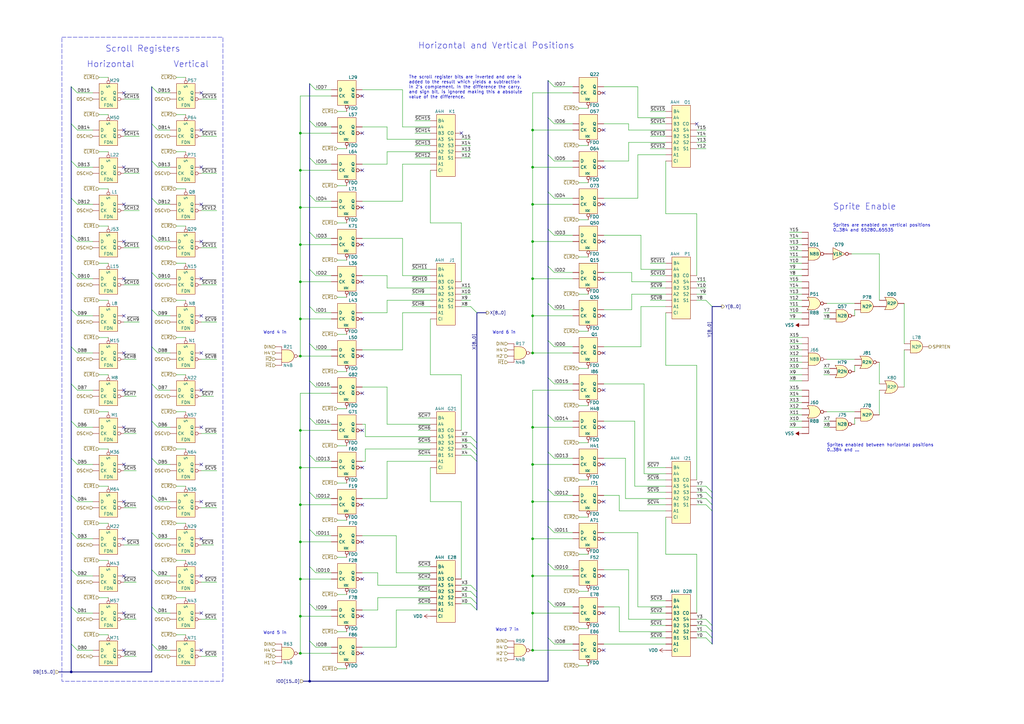
<source format=kicad_sch>
(kicad_sch (version 20231120) (generator "eeschema") (generator_version "8.0")
  (paper "A3")
  (title_block (title "Konami 007784") (date "2023-10-23"))
  (junction (at 218.44 53.34))
  (junction (at 218.44 236.22))
  (junction (at 123.19 252.73))
  (junction (at 218.44 175.26))
  (junction (at 218.44 266.7))
  (junction (at 123.19 100.33))
  (junction (at 218.44 129.54))
  (junction (at 123.19 115.57))
  (junction (at 218.44 114.3))
  (junction (at 123.19 54.61))
  (junction (at 123.19 222.25))
  (junction (at 123.19 237.49))
  (junction (at 218.44 144.78))
  (junction (at 123.19 267.97))
  (junction (at 218.44 99.06))
  (junction (at 218.44 190.5))
  (junction (at 123.19 176.53))
  (junction (at 123.19 146.05))
  (junction (at 123.19 130.81))
  (junction (at 29.21 275.59))
  (junction (at 127 279.4))
  (junction (at 218.44 251.46))
  (junction (at 123.19 85.09))
  (junction (at 218.44 83.82))
  (junction (at 123.19 69.85))
  (junction (at 218.44 220.98))
  (junction (at 218.44 68.58))
  (junction (at 123.19 207.01))
  (junction (at 218.44 205.74))
  (junction (at 123.19 191.77))
  (no_connect (at 189.23 54.61))
  (no_connect (at 50.8 68.58))
  (no_connect (at 50.8 175.26))
  (no_connect (at 82.55 205.74))
  (no_connect (at 247.65 220.98))
  (no_connect (at 247.65 205.74))
  (no_connect (at 82.55 114.3))
  (no_connect (at 247.65 68.58))
  (no_connect (at 82.55 99.06))
  (no_connect (at 148.59 267.97))
  (no_connect (at 82.55 175.26))
  (no_connect (at 82.55 53.34))
  (no_connect (at 50.8 83.82))
  (no_connect (at 50.8 236.22))
  (no_connect (at 148.59 237.49))
  (no_connect (at 148.59 100.33))
  (no_connect (at 247.65 190.5))
  (no_connect (at 148.59 207.01))
  (no_connect (at 247.65 114.3))
  (no_connect (at 247.65 83.82))
  (no_connect (at 247.65 38.1))
  (no_connect (at 82.55 220.98))
  (no_connect (at 50.8 114.3))
  (no_connect (at 50.8 129.54))
  (no_connect (at 82.55 190.5))
  (no_connect (at 148.59 222.25))
  (no_connect (at 247.65 251.46))
  (no_connect (at 148.59 252.73))
  (no_connect (at 148.59 115.57))
  (no_connect (at 82.55 38.1))
  (no_connect (at 148.59 161.29))
  (no_connect (at 247.65 53.34))
  (no_connect (at 148.59 54.61))
  (no_connect (at 247.65 236.22))
  (no_connect (at 82.55 129.54))
  (no_connect (at 148.59 69.85))
  (no_connect (at 50.8 38.1))
  (no_connect (at 50.8 220.98))
  (no_connect (at 247.65 266.7))
  (no_connect (at 148.59 85.09))
  (no_connect (at 50.8 190.5))
  (no_connect (at 50.8 251.46))
  (no_connect (at 50.8 205.74))
  (no_connect (at 247.65 129.54))
  (no_connect (at 50.8 53.34))
  (no_connect (at 247.65 144.78))
  (no_connect (at 148.59 146.05))
  (no_connect (at 247.65 175.26))
  (no_connect (at 247.65 160.02))
  (no_connect (at 82.55 236.22))
  (no_connect (at 82.55 144.78))
  (no_connect (at 82.55 266.7))
  (no_connect (at 82.55 251.46))
  (no_connect (at 82.55 160.02))
  (no_connect (at 247.65 99.06))
  (no_connect (at 148.59 39.37))
  (no_connect (at 50.8 266.7))
  (no_connect (at 50.8 160.02))
  (no_connect (at 148.59 130.81))
  (no_connect (at 285.75 50.8))
  (no_connect (at 148.59 176.53))
  (no_connect (at 82.55 68.58))
  (no_connect (at 148.59 191.77))
  (no_connect (at 50.8 99.06))
  (no_connect (at 82.55 83.82))
  (no_connect (at 50.8 144.78))
  (bus_entry (at 127 156.21) (size 2.54 2.54))
  (bus_entry (at 224.79 231.14) (size 2.54 2.54))
  (bus_entry (at 29.21 264.16) (size 2.54 2.54))
  (bus_entry (at 127 217.17) (size 2.54 2.54))
  (bus_entry (at 127 49.53) (size 2.54 2.54))
  (bus_entry (at 62.23 157.48) (size 2.54 2.54))
  (bus_entry (at 62.23 35.56) (size 2.54 2.54))
  (bus_entry (at 289.56 261.62) (size 2.54 2.54))
  (bus_entry (at 224.79 185.42) (size 2.54 2.54))
  (bus_entry (at 62.23 50.8) (size 2.54 2.54))
  (bus_entry (at 224.79 48.26) (size 2.54 2.54))
  (bus_entry (at 127 140.97) (size 2.54 2.54))
  (bus_entry (at 127 80.01) (size 2.54 2.54))
  (bus_entry (at 127 125.73) (size 2.54 2.54))
  (bus_entry (at 62.23 218.44) (size 2.54 2.54))
  (bus_entry (at 29.21 35.56) (size 2.54 2.54))
  (bus_entry (at 127 95.25) (size 2.54 2.54))
  (bus_entry (at 127 110.49) (size 2.54 2.54))
  (bus_entry (at 193.04 240.03) (size 2.54 2.54))
  (bus_entry (at 29.21 50.8) (size 2.54 2.54))
  (bus_entry (at 289.56 204.47) (size 2.54 2.54))
  (bus_entry (at 29.21 248.92) (size 2.54 2.54))
  (bus_entry (at 193.04 181.61) (size 2.54 2.54))
  (bus_entry (at 62.23 264.16) (size 2.54 2.54))
  (bus_entry (at 127 232.41) (size 2.54 2.54))
  (bus_entry (at 62.23 111.76) (size 2.54 2.54))
  (bus_entry (at 29.21 96.52) (size 2.54 2.54))
  (bus_entry (at 193.04 247.65) (size 2.54 2.54))
  (bus_entry (at 127 262.89) (size 2.54 2.54))
  (bus_entry (at 193.04 125.73) (size 2.54 2.54))
  (bus_entry (at 127 34.29) (size 2.54 2.54))
  (bus_entry (at 127 186.69) (size 2.54 2.54))
  (bus_entry (at 29.21 187.96) (size 2.54 2.54))
  (bus_entry (at 29.21 66.04) (size 2.54 2.54))
  (bus_entry (at 29.21 142.24) (size 2.54 2.54))
  (bus_entry (at 289.56 256.54) (size 2.54 2.54))
  (bus_entry (at 224.79 33.02) (size 2.54 2.54))
  (bus_entry (at 62.23 142.24) (size 2.54 2.54))
  (bus_entry (at 62.23 81.28) (size 2.54 2.54))
  (bus_entry (at 289.56 254) (size 2.54 2.54))
  (bus_entry (at 127 171.45) (size 2.54 2.54))
  (bus_entry (at 224.79 93.98) (size 2.54 2.54))
  (bus_entry (at 224.79 78.74) (size 2.54 2.54))
  (bus_entry (at 127 247.65) (size 2.54 2.54))
  (bus_entry (at 62.23 96.52) (size 2.54 2.54))
  (bus_entry (at 193.04 242.57) (size 2.54 2.54))
  (bus_entry (at 224.79 170.18) (size 2.54 2.54))
  (bus_entry (at 62.23 248.92) (size 2.54 2.54))
  (bus_entry (at 29.21 218.44) (size 2.54 2.54))
  (bus_entry (at 62.23 187.96) (size 2.54 2.54))
  (bus_entry (at 62.23 66.04) (size 2.54 2.54))
  (bus_entry (at 224.79 109.22) (size 2.54 2.54))
  (bus_entry (at 224.79 139.7) (size 2.54 2.54))
  (bus_entry (at 29.21 172.72) (size 2.54 2.54))
  (bus_entry (at 193.04 184.15) (size 2.54 2.54))
  (bus_entry (at 193.04 186.69) (size 2.54 2.54))
  (bus_entry (at 62.23 172.72) (size 2.54 2.54))
  (bus_entry (at 289.56 201.93) (size 2.54 2.54))
  (bus_entry (at 224.79 124.46) (size 2.54 2.54))
  (bus_entry (at 29.21 127) (size 2.54 2.54))
  (bus_entry (at 193.04 179.07) (size 2.54 2.54))
  (bus_entry (at 224.79 154.94) (size 2.54 2.54))
  (bus_entry (at 29.21 81.28) (size 2.54 2.54))
  (bus_entry (at 289.56 199.39) (size 2.54 2.54))
  (bus_entry (at 224.79 63.5) (size 2.54 2.54))
  (bus_entry (at 289.56 207.01) (size 2.54 2.54))
  (bus_entry (at 193.04 245.11) (size 2.54 2.54))
  (bus_entry (at 224.79 261.62) (size 2.54 2.54))
  (bus_entry (at 127 201.93) (size 2.54 2.54))
  (bus_entry (at 62.23 203.2) (size 2.54 2.54))
  (bus_entry (at 62.23 127) (size 2.54 2.54))
  (bus_entry (at 289.56 123.19) (size 2.54 2.54))
  (bus_entry (at 29.21 233.68) (size 2.54 2.54))
  (bus_entry (at 127 64.77) (size 2.54 2.54))
  (bus_entry (at 29.21 203.2) (size 2.54 2.54))
  (bus_entry (at 29.21 111.76) (size 2.54 2.54))
  (bus_entry (at 224.79 215.9) (size 2.54 2.54))
  (bus_entry (at 62.23 233.68) (size 2.54 2.54))
  (bus_entry (at 29.21 157.48) (size 2.54 2.54))
  (bus_entry (at 224.79 200.66) (size 2.54 2.54))
  (bus_entry (at 224.79 246.38) (size 2.54 2.54))
  (bus_entry (at 289.56 259.08) (size 2.54 2.54))
  (wire (pts (xy 50.8 71.12) (xy 57.15 71.12)))
  (wire (pts (xy 123.19 237.49) (xy 123.19 252.73)))
  (wire (pts (xy 123.19 146.05) (xy 135.89 146.05)))
  (wire (pts (xy 138.43 213.36) (xy 142.24 213.36)))
  (wire (pts (xy 339.09 168.91) (xy 350.52 168.91)))
  (wire (pts (xy 64.77 190.5) (xy 69.85 190.5)))
  (wire (pts (xy 265.43 191.77) (xy 273.05 191.77)))
  (wire (pts (xy 218.44 129.54) (xy 234.95 129.54)))
  (wire (pts (xy 64.77 83.82) (xy 69.85 83.82)))
  (bus (pts (xy 62.23 203.2) (xy 62.23 218.44)))
  (wire (pts (xy 266.7 118.11) (xy 273.05 118.11)))
  (wire (pts (xy 218.44 53.34) (xy 234.95 53.34)))
  (wire (pts (xy 40.64 107.95) (xy 44.45 107.95)))
  (bus (pts (xy 62.23 264.16) (xy 62.23 275.59)))
  (wire (pts (xy 72.39 62.23) (xy 76.2 62.23)))
  (wire (pts (xy 82.55 193.04) (xy 88.9 193.04)))
  (wire (pts (xy 138.43 259.08) (xy 142.24 259.08)))
  (wire (pts (xy 82.55 238.76) (xy 88.9 238.76)))
  (wire (pts (xy 247.65 218.44) (xy 261.62 218.44)))
  (wire (pts (xy 129.54 189.23) (xy 135.89 189.23)))
  (wire (pts (xy 123.19 176.53) (xy 135.89 176.53)))
  (wire (pts (xy 72.39 107.95) (xy 76.2 107.95)))
  (wire (pts (xy 285.75 123.19) (xy 289.56 123.19)))
  (wire (pts (xy 285.75 227.33) (xy 273.05 227.33)))
  (wire (pts (xy 256.54 187.96) (xy 256.54 204.47)))
  (wire (pts (xy 323.85 100.33) (xy 328.93 100.33)))
  (wire (pts (xy 129.54 128.27) (xy 135.89 128.27)))
  (wire (pts (xy 237.49 227.33) (xy 241.3 227.33)))
  (wire (pts (xy 176.53 173.99) (xy 158.75 173.99)))
  (wire (pts (xy 257.81 233.68) (xy 257.81 254)))
  (wire (pts (xy 218.44 175.26) (xy 234.95 175.26)))
  (wire (pts (xy 189.23 125.73) (xy 193.04 125.73)))
  (bus (pts (xy 127 186.69) (xy 127 201.93)))
  (wire (pts (xy 72.39 46.99) (xy 76.2 46.99)))
  (wire (pts (xy 273.05 227.33) (xy 273.05 212.09)))
  (wire (pts (xy 218.44 220.98) (xy 234.95 220.98)))
  (wire (pts (xy 168.91 120.65) (xy 176.53 120.65)))
  (wire (pts (xy 189.23 205.74) (xy 176.53 205.74)))
  (wire (pts (xy 285.75 60.96) (xy 289.56 60.96)))
  (wire (pts (xy 64.77 68.58) (xy 69.85 68.58)))
  (wire (pts (xy 40.64 229.87) (xy 44.45 229.87)))
  (wire (pts (xy 264.16 157.48) (xy 264.16 194.31)))
  (wire (pts (xy 129.54 67.31) (xy 135.89 67.31)))
  (wire (pts (xy 50.8 40.64) (xy 57.15 40.64)))
  (bus (pts (xy 29.21 142.24) (xy 29.21 157.48)))
  (wire (pts (xy 261.62 35.56) (xy 261.62 48.26)))
  (wire (pts (xy 323.85 125.73) (xy 328.93 125.73)))
  (wire (pts (xy 266.7 50.8) (xy 273.05 50.8)))
  (wire (pts (xy 218.44 251.46) (xy 218.44 266.7)))
  (bus (pts (xy 127 279.4) (xy 224.79 279.4)))
  (wire (pts (xy 189.23 184.15) (xy 193.04 184.15)))
  (wire (pts (xy 138.43 228.6) (xy 142.24 228.6)))
  (wire (pts (xy 176.53 57.15) (xy 158.75 57.15)))
  (wire (pts (xy 138.43 152.4) (xy 142.24 152.4)))
  (bus (pts (xy 62.23 96.52) (xy 62.23 111.76)))
  (bus (pts (xy 124.46 279.4) (xy 127 279.4)))
  (bus (pts (xy 127 49.53) (xy 127 64.77)))
  (bus (pts (xy 224.79 93.98) (xy 224.79 109.22)))
  (wire (pts (xy 123.19 267.97) (xy 123.19 252.73)))
  (wire (pts (xy 123.19 252.73) (xy 135.89 252.73)))
  (wire (pts (xy 266.7 60.96) (xy 273.05 60.96)))
  (bus (pts (xy 195.58 189.23) (xy 195.58 186.69)))
  (bus (pts (xy 29.21 96.52) (xy 29.21 111.76)))
  (bus (pts (xy 127 201.93) (xy 127 217.17)))
  (wire (pts (xy 189.23 181.61) (xy 193.04 181.61)))
  (bus (pts (xy 127 247.65) (xy 127 262.89)))
  (bus (pts (xy 292.1 259.08) (xy 292.1 256.54)))
  (wire (pts (xy 247.65 111.76) (xy 259.08 111.76)))
  (wire (pts (xy 189.23 118.11) (xy 193.04 118.11)))
  (bus (pts (xy 224.79 154.94) (xy 224.79 170.18)))
  (wire (pts (xy 285.75 53.34) (xy 289.56 53.34)))
  (wire (pts (xy 323.85 107.95) (xy 328.93 107.95)))
  (wire (pts (xy 323.85 165.1) (xy 328.93 165.1)))
  (wire (pts (xy 218.44 38.1) (xy 218.44 53.34)))
  (bus (pts (xy 224.79 78.74) (xy 224.79 93.98)))
  (wire (pts (xy 31.75 38.1) (xy 38.1 38.1)))
  (wire (pts (xy 218.44 99.06) (xy 218.44 114.3)))
  (wire (pts (xy 64.77 38.1) (xy 69.85 38.1)))
  (wire (pts (xy 261.62 63.5) (xy 273.05 63.5)))
  (bus (pts (xy 292.1 261.62) (xy 292.1 259.08)))
  (bus (pts (xy 292.1 204.47) (xy 292.1 201.93)))
  (wire (pts (xy 82.55 254) (xy 88.9 254)))
  (bus (pts (xy 62.23 81.28) (xy 62.23 96.52)))
  (wire (pts (xy 40.64 31.75) (xy 44.45 31.75)))
  (wire (pts (xy 189.23 120.65) (xy 193.04 120.65)))
  (wire (pts (xy 31.75 99.06) (xy 38.1 99.06)))
  (wire (pts (xy 31.75 53.34) (xy 38.1 53.34)))
  (wire (pts (xy 31.75 266.7) (xy 38.1 266.7)))
  (wire (pts (xy 218.44 160.02) (xy 218.44 175.26)))
  (wire (pts (xy 237.49 120.65) (xy 241.3 120.65)))
  (bus (pts (xy 195.58 247.65) (xy 195.58 245.11)))
  (wire (pts (xy 129.54 158.75) (xy 135.89 158.75)))
  (wire (pts (xy 260.35 172.72) (xy 260.35 199.39)))
  (wire (pts (xy 129.54 204.47) (xy 135.89 204.47)))
  (wire (pts (xy 50.8 193.04) (xy 55.88 193.04)))
  (bus (pts (xy 292.1 256.54) (xy 292.1 209.55)))
  (wire (pts (xy 123.19 191.77) (xy 123.19 207.01)))
  (wire (pts (xy 82.55 208.28) (xy 88.9 208.28)))
  (wire (pts (xy 247.65 157.48) (xy 264.16 157.48)))
  (wire (pts (xy 64.77 144.78) (xy 69.85 144.78)))
  (bus (pts (xy 195.58 250.19) (xy 195.58 247.65)))
  (wire (pts (xy 285.75 254) (xy 289.56 254)))
  (wire (pts (xy 50.8 132.08) (xy 57.15 132.08)))
  (wire (pts (xy 189.23 57.15) (xy 193.04 57.15)))
  (wire (pts (xy 64.77 220.98) (xy 69.85 220.98)))
  (wire (pts (xy 266.7 251.46) (xy 273.05 251.46)))
  (wire (pts (xy 50.8 101.6) (xy 57.15 101.6)))
  (wire (pts (xy 266.7 55.88) (xy 273.05 55.88)))
  (bus (pts (xy 29.21 81.28) (xy 29.21 96.52)))
  (wire (pts (xy 227.33 35.56) (xy 234.95 35.56)))
  (wire (pts (xy 158.75 113.03) (xy 158.75 118.11)))
  (bus (pts (xy 29.21 264.16) (xy 29.21 275.59)))
  (wire (pts (xy 171.45 171.45) (xy 176.53 171.45)))
  (wire (pts (xy 50.8 162.56) (xy 55.88 162.56)))
  (bus (pts (xy 62.23 157.48) (xy 62.23 172.72)))
  (wire (pts (xy 285.75 118.11) (xy 289.56 118.11)))
  (bus (pts (xy 29.21 187.96) (xy 29.21 203.2)))
  (wire (pts (xy 339.09 147.32) (xy 350.52 147.32)))
  (wire (pts (xy 123.19 100.33) (xy 135.89 100.33)))
  (wire (pts (xy 82.55 269.24) (xy 88.9 269.24)))
  (bus (pts (xy 62.23 172.72) (xy 62.23 187.96)))
  (wire (pts (xy 218.44 220.98) (xy 218.44 236.22)))
  (wire (pts (xy 31.75 83.82) (xy 38.1 83.82)))
  (wire (pts (xy 64.77 114.3) (xy 69.85 114.3)))
  (wire (pts (xy 189.23 176.53) (xy 189.23 153.67)))
  (bus (pts (xy 29.21 157.48) (xy 29.21 172.72)))
  (wire (pts (xy 189.23 115.57) (xy 189.23 91.44)))
  (wire (pts (xy 254 203.2) (xy 254 209.55)))
  (wire (pts (xy 170.18 54.61) (xy 176.53 54.61)))
  (wire (pts (xy 123.19 176.53) (xy 123.19 191.77)))
  (wire (pts (xy 148.59 67.31) (xy 158.75 67.31)))
  (wire (pts (xy 176.53 128.27) (xy 165.1 128.27)))
  (wire (pts (xy 31.75 251.46) (xy 38.1 251.46)))
  (wire (pts (xy 273.05 149.86) (xy 273.05 128.27)))
  (wire (pts (xy 129.54 143.51) (xy 135.89 143.51)))
  (wire (pts (xy 129.54 52.07) (xy 135.89 52.07)))
  (wire (pts (xy 247.65 172.72) (xy 260.35 172.72)))
  (wire (pts (xy 148.59 143.51) (xy 165.1 143.51)))
  (wire (pts (xy 138.43 121.92) (xy 142.24 121.92)))
  (wire (pts (xy 123.19 146.05) (xy 123.19 130.81)))
  (wire (pts (xy 285.75 196.85) (xy 285.75 149.86)))
  (wire (pts (xy 370.84 124.46) (xy 370.84 140.97)))
  (wire (pts (xy 189.23 186.69) (xy 193.04 186.69)))
  (wire (pts (xy 247.65 127) (xy 259.08 127)))
  (wire (pts (xy 285.75 259.08) (xy 289.56 259.08)))
  (wire (pts (xy 154.94 240.03) (xy 176.53 240.03)))
  (wire (pts (xy 247.65 248.92) (xy 254 248.92)))
  (bus (pts (xy 62.23 218.44) (xy 62.23 233.68)))
  (wire (pts (xy 189.23 64.77) (xy 193.04 64.77)))
  (wire (pts (xy 158.75 123.19) (xy 158.75 128.27)))
  (wire (pts (xy 40.64 153.67) (xy 44.45 153.67)))
  (wire (pts (xy 168.91 125.73) (xy 176.53 125.73)))
  (wire (pts (xy 323.85 175.26) (xy 328.93 175.26)))
  (wire (pts (xy 82.55 147.32) (xy 88.9 147.32)))
  (wire (pts (xy 149.86 184.15) (xy 176.53 184.15)))
  (wire (pts (xy 123.19 54.61) (xy 123.19 69.85)))
  (wire (pts (xy 261.62 81.28) (xy 261.62 63.5)))
  (bus (pts (xy 127 217.17) (xy 127 232.41)))
  (bus (pts (xy 224.79 63.5) (xy 224.79 78.74)))
  (wire (pts (xy 40.64 77.47) (xy 44.45 77.47)))
  (wire (pts (xy 285.75 120.65) (xy 289.56 120.65)))
  (wire (pts (xy 162.56 265.43) (xy 148.59 265.43)))
  (wire (pts (xy 189.23 59.69) (xy 193.04 59.69)))
  (bus (pts (xy 29.21 172.72) (xy 29.21 187.96)))
  (wire (pts (xy 64.77 175.26) (xy 69.85 175.26)))
  (wire (pts (xy 40.64 123.19) (xy 44.45 123.19)))
  (wire (pts (xy 171.45 181.61) (xy 176.53 181.61)))
  (wire (pts (xy 72.39 123.19) (xy 76.2 123.19)))
  (wire (pts (xy 218.44 83.82) (xy 218.44 99.06)))
  (wire (pts (xy 237.49 242.57) (xy 241.3 242.57)))
  (bus (pts (xy 29.21 275.59) (xy 62.23 275.59)))
  (wire (pts (xy 189.23 91.44) (xy 176.53 91.44)))
  (wire (pts (xy 261.62 218.44) (xy 261.62 248.92)))
  (wire (pts (xy 31.75 160.02) (xy 38.1 160.02)))
  (wire (pts (xy 162.56 219.71) (xy 162.56 234.95)))
  (wire (pts (xy 189.23 242.57) (xy 193.04 242.57)))
  (wire (pts (xy 254 259.08) (xy 273.05 259.08)))
  (bus (pts (xy 29.21 111.76) (xy 29.21 127)))
  (bus (pts (xy 127 125.73) (xy 127 140.97)))
  (wire (pts (xy 257.81 254) (xy 273.05 254)))
  (wire (pts (xy 189.23 62.23) (xy 193.04 62.23)))
  (bus (pts (xy 24.13 275.59) (xy 29.21 275.59)))
  (wire (pts (xy 262.89 110.49) (xy 273.05 110.49)))
  (bus (pts (xy 224.79 231.14) (xy 224.79 246.38)))
  (wire (pts (xy 265.43 196.85) (xy 273.05 196.85)))
  (wire (pts (xy 50.8 55.88) (xy 57.15 55.88)))
  (wire (pts (xy 218.44 190.5) (xy 218.44 205.74)))
  (wire (pts (xy 123.19 69.85) (xy 135.89 69.85)))
  (wire (pts (xy 176.53 91.44) (xy 176.53 69.85)))
  (wire (pts (xy 50.8 147.32) (xy 55.88 147.32)))
  (wire (pts (xy 82.55 86.36) (xy 88.9 86.36)))
  (wire (pts (xy 256.54 204.47) (xy 273.05 204.47)))
  (wire (pts (xy 218.44 68.58) (xy 218.44 83.82)))
  (wire (pts (xy 50.8 208.28) (xy 55.88 208.28)))
  (wire (pts (xy 138.43 137.16) (xy 142.24 137.16)))
  (bus (pts (xy 224.79 124.46) (xy 224.79 139.7)))
  (wire (pts (xy 162.56 250.19) (xy 176.53 250.19)))
  (wire (pts (xy 123.19 237.49) (xy 135.89 237.49)))
  (wire (pts (xy 138.43 91.44) (xy 142.24 91.44)))
  (bus (pts (xy 62.23 127) (xy 62.23 142.24)))
  (wire (pts (xy 323.85 118.11) (xy 328.93 118.11)))
  (wire (pts (xy 237.49 212.09) (xy 241.3 212.09)))
  (wire (pts (xy 218.44 99.06) (xy 234.95 99.06)))
  (wire (pts (xy 323.85 146.05) (xy 328.93 146.05)))
  (wire (pts (xy 123.19 222.25) (xy 135.89 222.25)))
  (wire (pts (xy 72.39 153.67) (xy 76.2 153.67)))
  (wire (pts (xy 337.82 128.27) (xy 340.36 128.27)))
  (wire (pts (xy 285.75 87.63) (xy 273.05 87.63)))
  (wire (pts (xy 149.86 173.99) (xy 149.86 179.07)))
  (bus (pts (xy 62.23 248.92) (xy 62.23 264.16)))
  (wire (pts (xy 40.64 46.99) (xy 44.45 46.99)))
  (wire (pts (xy 72.39 260.35) (xy 76.2 260.35)))
  (wire (pts (xy 168.91 110.49) (xy 176.53 110.49)))
  (wire (pts (xy 323.85 160.02) (xy 328.93 160.02)))
  (wire (pts (xy 129.54 36.83) (xy 135.89 36.83)))
  (wire (pts (xy 227.33 96.52) (xy 234.95 96.52)))
  (wire (pts (xy 237.49 181.61) (xy 241.3 181.61)))
  (wire (pts (xy 254 209.55) (xy 273.05 209.55)))
  (wire (pts (xy 323.85 120.65) (xy 328.93 120.65)))
  (wire (pts (xy 138.43 274.32) (xy 142.24 274.32)))
  (bus (pts (xy 224.79 200.66) (xy 224.79 215.9)))
  (wire (pts (xy 247.65 96.52) (xy 262.89 96.52)))
  (wire (pts (xy 171.45 242.57) (xy 176.53 242.57)))
  (wire (pts (xy 323.85 148.59) (xy 328.93 148.59)))
  (wire (pts (xy 154.94 234.95) (xy 154.94 240.03)))
  (wire (pts (xy 176.53 67.31) (xy 165.1 67.31)))
  (wire (pts (xy 138.43 167.64) (xy 142.24 167.64)))
  (bus (pts (xy 195.58 184.15) (xy 195.58 181.61)))
  (bus (pts (xy 29.21 203.2) (xy 29.21 218.44)))
  (wire (pts (xy 170.18 49.53) (xy 176.53 49.53)))
  (wire (pts (xy 72.39 184.15) (xy 76.2 184.15)))
  (bus (pts (xy 29.21 66.04) (xy 29.21 81.28)))
  (bus (pts (xy 127 95.25) (xy 127 110.49)))
  (wire (pts (xy 50.8 223.52) (xy 57.15 223.52)))
  (wire (pts (xy 337.82 175.26) (xy 340.36 175.26)))
  (wire (pts (xy 264.16 194.31) (xy 273.05 194.31)))
  (wire (pts (xy 158.75 62.23) (xy 176.53 62.23)))
  (bus (pts (xy 195.58 242.57) (xy 195.58 189.23)))
  (wire (pts (xy 171.45 186.69) (xy 176.53 186.69)))
  (wire (pts (xy 72.39 77.47) (xy 76.2 77.47)))
  (wire (pts (xy 266.7 123.19) (xy 273.05 123.19)))
  (wire (pts (xy 72.39 138.43) (xy 76.2 138.43)))
  (wire (pts (xy 266.7 113.03) (xy 273.05 113.03)))
  (wire (pts (xy 285.75 113.03) (xy 285.75 87.63)))
  (wire (pts (xy 227.33 187.96) (xy 234.95 187.96)))
  (wire (pts (xy 129.54 234.95) (xy 135.89 234.95)))
  (wire (pts (xy 218.44 251.46) (xy 234.95 251.46)))
  (wire (pts (xy 254 248.92) (xy 254 259.08)))
  (bus (pts (xy 292.1 201.93) (xy 292.1 125.73)))
  (wire (pts (xy 260.35 199.39) (xy 273.05 199.39)))
  (bus (pts (xy 62.23 66.04) (xy 62.23 81.28)))
  (wire (pts (xy 123.19 130.81) (xy 135.89 130.81)))
  (wire (pts (xy 123.19 191.77) (xy 135.89 191.77)))
  (wire (pts (xy 323.85 151.13) (xy 328.93 151.13)))
  (wire (pts (xy 165.1 52.07) (xy 165.1 36.83)))
  (wire (pts (xy 227.33 172.72) (xy 234.95 172.72)))
  (wire (pts (xy 266.7 261.62) (xy 273.05 261.62)))
  (wire (pts (xy 154.94 250.19) (xy 154.94 245.11)))
  (wire (pts (xy 148.59 113.03) (xy 158.75 113.03)))
  (wire (pts (xy 323.85 115.57) (xy 328.93 115.57)))
  (wire (pts (xy 31.75 190.5) (xy 38.1 190.5)))
  (wire (pts (xy 123.19 130.81) (xy 123.19 115.57)))
  (wire (pts (xy 257.81 50.8) (xy 257.81 53.34)))
  (wire (pts (xy 237.49 90.17) (xy 241.3 90.17)))
  (bus (pts (xy 292.1 125.73) (xy 295.91 125.73)))
  (wire (pts (xy 247.65 142.24) (xy 262.89 142.24)))
  (wire (pts (xy 218.44 38.1) (xy 234.95 38.1)))
  (wire (pts (xy 323.85 113.03) (xy 328.93 113.03)))
  (wire (pts (xy 218.44 53.34) (xy 218.44 68.58)))
  (wire (pts (xy 227.33 248.92) (xy 234.95 248.92)))
  (bus (pts (xy 62.23 50.8) (xy 62.23 66.04)))
  (wire (pts (xy 227.33 264.16) (xy 234.95 264.16)))
  (wire (pts (xy 31.75 205.74) (xy 38.1 205.74)))
  (wire (pts (xy 259.08 115.57) (xy 273.05 115.57)))
  (wire (pts (xy 72.39 92.71) (xy 76.2 92.71)))
  (wire (pts (xy 337.82 130.81) (xy 340.36 130.81)))
  (wire (pts (xy 40.64 245.11) (xy 44.45 245.11)))
  (wire (pts (xy 257.81 66.04) (xy 257.81 58.42)))
  (wire (pts (xy 64.77 53.34) (xy 69.85 53.34)))
  (bus (pts (xy 29.21 127) (xy 29.21 142.24)))
  (wire (pts (xy 31.75 68.58) (xy 38.1 68.58)))
  (wire (pts (xy 189.23 153.67) (xy 176.53 153.67)))
  (wire (pts (xy 158.75 67.31) (xy 158.75 62.23)))
  (wire (pts (xy 176.53 52.07) (xy 165.1 52.07)))
  (wire (pts (xy 72.39 199.39) (xy 76.2 199.39)))
  (wire (pts (xy 237.49 135.89) (xy 241.3 135.89)))
  (bus (pts (xy 127 140.97) (xy 127 156.21)))
  (wire (pts (xy 218.44 160.02) (xy 234.95 160.02)))
  (wire (pts (xy 82.55 132.08) (xy 88.9 132.08)))
  (wire (pts (xy 247.65 35.56) (xy 261.62 35.56)))
  (wire (pts (xy 323.85 140.97) (xy 328.93 140.97)))
  (wire (pts (xy 323.85 162.56) (xy 328.93 162.56)))
  (wire (pts (xy 360.68 104.14) (xy 349.25 104.14)))
  (wire (pts (xy 262.89 125.73) (xy 273.05 125.73)))
  (wire (pts (xy 285.75 55.88) (xy 289.56 55.88)))
  (bus (pts (xy 62.23 233.68) (xy 62.23 248.92)))
  (wire (pts (xy 72.39 245.11) (xy 76.2 245.11)))
  (wire (pts (xy 64.77 236.22) (xy 69.85 236.22)))
  (bus (pts (xy 127 80.01) (xy 127 95.25)))
  (bus (pts (xy 224.79 170.18) (xy 224.79 185.42)))
  (wire (pts (xy 218.44 205.74) (xy 218.44 220.98)))
  (wire (pts (xy 189.23 245.11) (xy 193.04 245.11)))
  (wire (pts (xy 154.94 234.95) (xy 148.59 234.95)))
  (bus (pts (xy 62.23 187.96) (xy 62.23 203.2)))
  (wire (pts (xy 129.54 173.99) (xy 135.89 173.99)))
  (wire (pts (xy 72.39 214.63) (xy 76.2 214.63)))
  (wire (pts (xy 237.49 151.13) (xy 241.3 151.13)))
  (wire (pts (xy 259.08 120.65) (xy 273.05 120.65)))
  (wire (pts (xy 323.85 167.64) (xy 328.93 167.64)))
  (wire (pts (xy 31.75 144.78) (xy 38.1 144.78)))
  (wire (pts (xy 360.68 104.14) (xy 360.68 123.19)))
  (wire (pts (xy 40.64 62.23) (xy 44.45 62.23)))
  (bus (pts (xy 127 64.77) (xy 127 80.01)))
  (wire (pts (xy 165.1 113.03) (xy 176.53 113.03)))
  (wire (pts (xy 189.23 237.49) (xy 189.23 205.74)))
  (wire (pts (xy 40.64 260.35) (xy 44.45 260.35)))
  (wire (pts (xy 138.43 106.68) (xy 142.24 106.68)))
  (bus (pts (xy 127 171.45) (xy 127 186.69)))
  (bus (pts (xy 127 262.89) (xy 127 279.4)))
  (wire (pts (xy 50.8 254) (xy 55.88 254)))
  (wire (pts (xy 129.54 265.43) (xy 135.89 265.43)))
  (bus (pts (xy 29.21 35.56) (xy 29.21 50.8)))
  (bus (pts (xy 195.58 186.69) (xy 195.58 184.15)))
  (wire (pts (xy 158.75 128.27) (xy 148.59 128.27)))
  (wire (pts (xy 360.68 148.59) (xy 360.68 157.48)))
  (wire (pts (xy 82.55 71.12) (xy 88.9 71.12)))
  (wire (pts (xy 149.86 179.07) (xy 176.53 179.07)))
  (bus (pts (xy 29.21 50.8) (xy 29.21 66.04)))
  (wire (pts (xy 227.33 50.8) (xy 234.95 50.8)))
  (wire (pts (xy 218.44 129.54) (xy 218.44 144.78)))
  (wire (pts (xy 138.43 182.88) (xy 142.24 182.88)))
  (wire (pts (xy 261.62 248.92) (xy 273.05 248.92)))
  (wire (pts (xy 247.65 81.28) (xy 261.62 81.28)))
  (wire (pts (xy 158.75 52.07) (xy 148.59 52.07)))
  (wire (pts (xy 247.65 50.8) (xy 257.81 50.8)))
  (wire (pts (xy 237.49 74.93) (xy 241.3 74.93)))
  (bus (pts (xy 224.79 246.38) (xy 224.79 261.62)))
  (wire (pts (xy 158.75 189.23) (xy 158.75 204.47)))
  (wire (pts (xy 158.75 204.47) (xy 148.59 204.47)))
  (wire (pts (xy 154.94 245.11) (xy 176.53 245.11)))
  (wire (pts (xy 257.81 58.42) (xy 273.05 58.42)))
  (wire (pts (xy 123.19 161.29) (xy 123.19 176.53)))
  (wire (pts (xy 370.84 158.75) (xy 370.84 143.51)))
  (wire (pts (xy 259.08 111.76) (xy 259.08 115.57)))
  (wire (pts (xy 227.33 66.04) (xy 234.95 66.04)))
  (wire (pts (xy 171.45 237.49) (xy 176.53 237.49)))
  (wire (pts (xy 323.85 102.87) (xy 328.93 102.87)))
  (wire (pts (xy 165.1 113.03) (xy 165.1 97.79)))
  (bus (pts (xy 195.58 128.27) (xy 195.58 181.61)))
  (wire (pts (xy 129.54 82.55) (xy 135.89 82.55)))
  (wire (pts (xy 82.55 177.8) (xy 88.9 177.8)))
  (wire (pts (xy 218.44 114.3) (xy 218.44 129.54)))
  (bus (pts (xy 29.21 218.44) (xy 29.21 233.68)))
  (wire (pts (xy 148.59 219.71) (xy 162.56 219.71)))
  (wire (pts (xy 129.54 219.71) (xy 135.89 219.71)))
  (bus (pts (xy 292.1 264.16) (xy 292.1 261.62)))
  (wire (pts (xy 123.19 267.97) (xy 135.89 267.97)))
  (bus (pts (xy 127 232.41) (xy 127 247.65)))
  (wire (pts (xy 285.75 201.93) (xy 289.56 201.93)))
  (wire (pts (xy 218.44 144.78) (xy 234.95 144.78)))
  (wire (pts (xy 40.64 184.15) (xy 44.45 184.15)))
  (wire (pts (xy 227.33 111.76) (xy 234.95 111.76)))
  (wire (pts (xy 323.85 128.27) (xy 328.93 128.27)))
  (wire (pts (xy 237.49 105.41) (xy 241.3 105.41)))
  (wire (pts (xy 123.19 207.01) (xy 135.89 207.01)))
  (wire (pts (xy 247.65 66.04) (xy 257.81 66.04)))
  (bus (pts (xy 62.23 35.56) (xy 62.23 50.8)))
  (wire (pts (xy 154.94 250.19) (xy 148.59 250.19)))
  (bus (pts (xy 224.79 215.9) (xy 224.79 231.14)))
  (wire (pts (xy 266.7 45.72) (xy 273.05 45.72)))
  (wire (pts (xy 50.8 116.84) (xy 57.15 116.84)))
  (wire (pts (xy 123.19 39.37) (xy 123.19 54.61)))
  (wire (pts (xy 50.8 86.36) (xy 57.15 86.36)))
  (wire (pts (xy 265.43 207.01) (xy 273.05 207.01)))
  (wire (pts (xy 31.75 220.98) (xy 38.1 220.98)))
  (wire (pts (xy 129.54 250.19) (xy 135.89 250.19)))
  (wire (pts (xy 82.55 101.6) (xy 88.9 101.6)))
  (wire (pts (xy 285.75 115.57) (xy 289.56 115.57)))
  (wire (pts (xy 189.23 179.07) (xy 193.04 179.07)))
  (wire (pts (xy 273.05 87.63) (xy 273.05 66.04)))
  (wire (pts (xy 170.18 64.77) (xy 176.53 64.77)))
  (wire (pts (xy 149.86 184.15) (xy 149.86 189.23)))
  (wire (pts (xy 323.85 138.43) (xy 328.93 138.43)))
  (wire (pts (xy 189.23 240.03) (xy 193.04 240.03)))
  (wire (pts (xy 323.85 97.79) (xy 328.93 97.79)))
  (wire (pts (xy 218.44 236.22) (xy 234.95 236.22)))
  (wire (pts (xy 123.19 161.29) (xy 135.89 161.29)))
  (wire (pts (xy 158.75 118.11) (xy 176.53 118.11)))
  (bus (pts (xy 29.21 248.92) (xy 29.21 264.16)))
  (wire (pts (xy 138.43 76.2) (xy 142.24 76.2)))
  (wire (pts (xy 50.8 269.24) (xy 55.88 269.24)))
  (bus (pts (xy 224.79 109.22) (xy 224.79 124.46)))
  (wire (pts (xy 158.75 57.15) (xy 158.75 52.07)))
  (bus (pts (xy 224.79 139.7) (xy 224.79 154.94)))
  (wire (pts (xy 218.44 68.58) (xy 234.95 68.58)))
  (wire (pts (xy 227.33 157.48) (xy 234.95 157.48)))
  (wire (pts (xy 339.09 124.46) (xy 350.52 124.46)))
  (wire (pts (xy 165.1 36.83) (xy 148.59 36.83)))
  (wire (pts (xy 266.7 256.54) (xy 273.05 256.54)))
  (wire (pts (xy 64.77 129.54) (xy 69.85 129.54)))
  (wire (pts (xy 40.64 168.91) (xy 44.45 168.91)))
  (wire (pts (xy 82.55 162.56) (xy 87.63 162.56)))
  (wire (pts (xy 285.75 199.39) (xy 289.56 199.39)))
  (bus (pts (xy 62.23 111.76) (xy 62.23 127)))
  (bus (pts (xy 127 34.29) (xy 127 49.53)))
  (bus (pts (xy 195.58 245.11) (xy 195.58 242.57)))
  (wire (pts (xy 64.77 205.74) (xy 69.85 205.74)))
  (wire (pts (xy 266.7 107.95) (xy 273.05 107.95)))
  (bus (pts (xy 292.1 209.55) (xy 292.1 207.01)))
  (wire (pts (xy 64.77 160.02) (xy 69.85 160.02)))
  (wire (pts (xy 237.49 257.81) (xy 241.3 257.81)))
  (wire (pts (xy 237.49 196.85) (xy 241.3 196.85)))
  (wire (pts (xy 158.75 173.99) (xy 158.75 158.75)))
  (wire (pts (xy 237.49 273.05) (xy 241.3 273.05)))
  (wire (pts (xy 350.52 152.4) (xy 350.52 149.86)))
  (wire (pts (xy 323.85 156.21) (xy 328.93 156.21)))
  (wire (pts (xy 247.65 264.16) (xy 273.05 264.16)))
  (wire (pts (xy 123.19 85.09) (xy 135.89 85.09)))
  (wire (pts (xy 323.85 170.18) (xy 328.93 170.18)))
  (wire (pts (xy 247.65 203.2) (xy 254 203.2)))
  (wire (pts (xy 227.33 127) (xy 234.95 127)))
  (wire (pts (xy 72.39 31.75) (xy 76.2 31.75)))
  (wire (pts (xy 285.75 261.62) (xy 289.56 261.62)))
  (wire (pts (xy 259.08 127) (xy 259.08 120.65)))
  (wire (pts (xy 323.85 172.72) (xy 328.93 172.72)))
  (bus (pts (xy 224.79 33.02) (xy 224.79 48.26)))
  (wire (pts (xy 337.82 172.72) (xy 340.36 172.72)))
  (wire (pts (xy 72.39 229.87) (xy 76.2 229.87)))
  (wire (pts (xy 323.85 95.25) (xy 328.93 95.25)))
  (wire (pts (xy 31.75 129.54) (xy 38.1 129.54)))
  (wire (pts (xy 40.64 138.43) (xy 44.45 138.43)))
  (wire (pts (xy 218.44 236.22) (xy 218.44 251.46)))
  (wire (pts (xy 237.49 166.37) (xy 241.3 166.37)))
  (wire (pts (xy 262.89 142.24) (xy 262.89 125.73)))
  (wire (pts (xy 165.1 128.27) (xy 165.1 143.51)))
  (wire (pts (xy 64.77 99.06) (xy 69.85 99.06)))
  (wire (pts (xy 31.75 114.3) (xy 38.1 114.3)))
  (wire (pts (xy 123.19 85.09) (xy 123.19 100.33)))
  (wire (pts (xy 82.55 223.52) (xy 87.63 223.52)))
  (wire (pts (xy 323.85 130.81) (xy 328.93 130.81)))
  (wire (pts (xy 138.43 243.84) (xy 142.24 243.84)))
  (wire (pts (xy 82.55 55.88) (xy 88.9 55.88)))
  (wire (pts (xy 323.85 105.41) (xy 328.93 105.41)))
  (wire (pts (xy 138.43 198.12) (xy 142.24 198.12)))
  (wire (pts (xy 50.8 238.76) (xy 55.88 238.76)))
  (wire (pts (xy 170.18 59.69) (xy 176.53 59.69)))
  (wire (pts (xy 82.55 116.84) (xy 88.9 116.84)))
  (wire (pts (xy 261.62 48.26) (xy 273.05 48.26)))
  (wire (pts (xy 40.64 199.39) (xy 44.45 199.39)))
  (wire (pts (xy 247.65 187.96) (xy 256.54 187.96)))
  (wire (pts (xy 64.77 251.46) (xy 69.85 251.46)))
  (wire (pts (xy 323.85 123.19) (xy 328.93 123.19)))
  (wire (pts (xy 148.59 173.99) (xy 149.86 173.99)))
  (wire (pts (xy 64.77 266.7) (xy 69.85 266.7)))
  (wire (pts (xy 218.44 83.82) (xy 234.95 83.82)))
  (bus (pts (xy 292.1 207.01) (xy 292.1 204.47)))
  (bus (pts (xy 224.79 185.42) (xy 224.79 200.66)))
  (bus (pts (xy 127 156.21) (xy 127 171.45)))
  (wire (pts (xy 285.75 207.01) (xy 289.56 207.01)))
  (bus (pts (xy 127 110.49) (xy 127 125.73)))
  (bus (pts (xy 224.79 261.62) (xy 224.79 279.4)))
  (wire (pts (xy 40.64 92.71) (xy 44.45 92.71)))
  (wire (pts (xy 123.19 39.37) (xy 135.89 39.37)))
  (wire (pts (xy 123.19 69.85) (xy 123.19 85.09)))
  (wire (pts (xy 162.56 250.19) (xy 162.56 265.43)))
  (wire (pts (xy 218.44 205.74) (xy 234.95 205.74)))
  (wire (pts (xy 72.39 168.91) (xy 76.2 168.91)))
  (wire (pts (xy 218.44 266.7) (xy 234.95 266.7)))
  (wire (pts (xy 323.85 143.51) (xy 328.93 143.51)))
  (wire (pts (xy 138.43 60.96) (xy 142.24 60.96)))
  (wire (pts (xy 176.53 153.67) (xy 176.53 130.81)))
  (wire (pts (xy 323.85 153.67) (xy 328.93 153.67)))
  (bus (pts (xy 62.23 142.24) (xy 62.23 157.48)))
  (wire (pts (xy 262.89 96.52) (xy 262.89 110.49)))
  (wire (pts (xy 165.1 97.79) (xy 148.59 97.79)))
  (wire (pts (xy 158.75 158.75) (xy 148.59 158.75)))
  (bus (pts (xy 29.21 233.68) (xy 29.21 248.92)))
  (wire (pts (xy 285.75 251.46) (xy 285.75 227.33)))
  (wire (pts (xy 31.75 236.22) (xy 38.1 236.22)))
  (wire (pts (xy 337.82 153.67) (xy 340.36 153.67)))
  (wire (pts (xy 176.53 189.23) (xy 158.75 189.23)))
  (wire (pts (xy 168.91 115.57) (xy 176.53 115.57)))
  (wire (pts (xy 82.55 40.64) (xy 88.9 40.64)))
  (wire (pts (xy 227.33 203.2) (xy 234.95 203.2)))
  (wire (pts (xy 285.75 204.47) (xy 289.56 204.47)))
  (wire (pts (xy 171.45 247.65) (xy 176.53 247.65)))
  (bus (pts (xy 224.79 48.26) (xy 224.79 63.5)))
  (wire (pts (xy 265.43 201.93) (xy 273.05 201.93)))
  (wire (pts (xy 50.8 177.8) (xy 55.88 177.8)))
  (wire (pts (xy 165.1 67.31) (xy 165.1 82.55)))
  (wire (pts (xy 227.33 142.24) (xy 234.95 142.24)))
  (wire (pts (xy 171.45 232.41) (xy 176.53 232.41)))
  (wire (pts (xy 176.53 123.19) (xy 158.75 123.19)))
  (wire (pts (xy 237.49 44.45) (xy 241.3 44.45)))
  (wire (pts (xy 337.82 151.13) (xy 340.36 151.13)))
  (wire (pts (xy 247.65 233.68) (xy 257.81 233.68)))
  (bus (pts (xy 195.58 128.27) (xy 199.39 128.27)))
  (wire (pts (xy 323.85 110.49) (xy 328.93 110.49)))
  (wire (pts (xy 350.52 173.99) (xy 350.52 171.45)))
  (wire (pts (xy 40.64 214.63) (xy 44.45 214.63)))
  (wire (pts (xy 227.33 81.28) (xy 234.95 81.28)))
  (wire (pts (xy 189.23 123.19) (xy 193.04 123.19)))
  (wire (pts (xy 123.19 207.01) (xy 123.19 222.25)))
  (wire (pts (xy 149.86 189.23) (xy 148.59 189.23)))
  (wire (pts (xy 171.45 176.53) (xy 176.53 176.53)))
  (wire (pts (xy 227.33 233.68) (xy 234.95 233.68)))
  (wire (pts (xy 360.68 160.02) (xy 360.68 170.18)))
  (wire (pts (xy 129.54 97.79) (xy 135.89 97.79)))
  (wire (pts (xy 285.75 58.42) (xy 289.56 58.42)))
  (wire (pts (xy 123.19 54.61) (xy 135.89 54.61)))
  (wire (pts (xy 266.7 246.38) (xy 273.05 246.38)))
  (wire (pts (xy 350.52 129.54) (xy 350.52 127)))
  (wire (pts (xy 227.33 218.44) (xy 234.95 218.44)))
  (wire (pts (xy 129.54 113.03) (xy 135.89 113.03)))
  (wire (pts (xy 123.19 100.33) (xy 123.19 115.57)))
  (wire (pts (xy 218.44 190.5) (xy 234.95 190.5)))
  (wire (pts (xy 237.49 59.69) (xy 241.3 59.69)))
  (wire (pts (xy 285.75 256.54) (xy 289.56 256.54)))
  (wire (pts (xy 123.19 222.25) (xy 123.19 237.49)))
  (wire (pts (xy 31.75 175.26) (xy 38.1 175.26)))
  (wire (pts (xy 138.43 45.72) (xy 142.24 45.72)))
  (wire (pts (xy 218.44 114.3) (xy 234.95 114.3)))
  (wire (pts (xy 285.75 149.86) (xy 273.05 149.86)))
  (wire (pts (xy 218.44 175.26) (xy 218.44 190.5)))
  (wire (pts (xy 189.23 247.65) (xy 193.04 247.65)))
  (wire (pts (xy 123.19 115.57) (xy 135.89 115.57)))
  (wire (pts (xy 162.56 234.95) (xy 176.53 234.95)))
  (wire (pts (xy 165.1 82.55) (xy 148.59 82.55)))
  (wire (pts (xy 176.53 205.74) (xy 176.53 191.77)))
  (wire (pts (xy 257.81 53.34) (xy 273.05 53.34)))
  (rectangle (start 25.4 15.24) (end 91.44 279.4) (stroke (width 0) (type dash)))
  (text "Word 4 in" (at 107.95 137.16 0) (effects (font (size 1.27 1.27)) (justify left bottom)))
  (text "Vertical" (at 71.12 27.94 0) (effects (font (size 2.54 2.54)) (justify left bottom)))
  (text "Word 7 in" (at 203.2 259.08 0) (effects (font (size 1.27 1.27)) (justify left bottom)))
  (text "The scroll register bits are inverted and one is\nadded to the result which yields a subtraction\nin 2's complement. In the difference the carry,\nand sign bit, is ignored making this a absolute\nvalue of the difference." (at 167.64 40.64 0) (effects (font (size 1.27 1.27)) (justify left bottom)))
  (text "Sprite Enable" (at 341.63 86.36 0) (effects (font (size 2.54 2.54)) (justify left bottom)))
  (text "Horizontal" (at 35.56 27.94 0) (effects (font (size 2.54 2.54)) (justify left bottom)))
  (text "Word 5 in" (at 107.95 260.35 0) (effects (font (size 1.27 1.27)) (justify left bottom)))
  (text "Horizontal and Vertical Positions" (at 171.45 20.32 0) (effects (font (size 2.54 2.54)) (justify left bottom)))
  (text "Sprites enabled between horizontal positions\n0..384 and ..." (at 339.09 185.42 0) (effects (font (size 1.27 1.27)) (justify left bottom)))
  (text "Scroll Registers" (at 43.18 21.59 0) (effects (font (size 2.54 2.54)) (justify left bottom)))
  (text "Sprites are enabled on vertical positions\n0..384 and 65280..65535" (at 341.63 95.25 0) (effects (font (size 1.27 1.27)) (justify left bottom)))
  (text "Word 6 in" (at 201.93 137.16 0) (effects (font (size 1.27 1.27)) (justify left bottom)))
  (label "DB12" (at 31.75 83.82 0))
  (label "DB0" (at 31.75 266.7 0))
  (label "X5" (at 189.23 184.15 0))
  (label "~{SCH13}" (at 170.18 59.69 0))
  (label "~{SCV10}" (at 266.7 113.03 0))
  (label "IOD1" (at 227.33 127 0))
  (label "X14" (at 323.85 140.97 0))
  (label "DB4" (at 64.77 205.74 0))
  (label "~{SCH15}" (at 170.18 49.53 0))
  (label "~{SCV12}" (at 82.55 86.36 0))
  (label "~{SCH4}" (at 171.45 186.69 0))
  (label "DB0" (at 64.77 266.7 0))
  (label "Y3" (at 285.75 254 0))
  (label "Y8" (at 285.75 123.19 0))
  (label "X12" (at 323.85 146.05 0))
  (label "~{SCV0}" (at 88.9 269.24 180))
  (label "~{SCH6}" (at 55.88 177.8 180))
  (label "~{SCH1}" (at 55.88 254 180))
  (label "DB7" (at 31.75 160.02 0))
  (label "Y0" (at 285.75 261.62 0))
  (label "Y14" (at 323.85 97.79 0))
  (label "~{SCH6}" (at 171.45 176.53 0))
  (label "~{SCH5}" (at 171.45 181.61 0))
  (label "~{SCV6}" (at 265.43 196.85 0))
  (label "DB1" (at 64.77 251.46 0))
  (label "~{SCV12}" (at 266.7 60.96 0))
  (label "X4" (at 189.23 186.69 0))
  (label "X12" (at 323.85 167.64 0))
  (label "DB14" (at 64.77 53.34 0))
  (label "DB13" (at 64.77 68.58 0))
  (label "~{SCV14}" (at 266.7 50.8 0))
  (label "DB1" (at 31.75 251.46 0))
  (label "~{SCH14}" (at 57.15 55.88 180))
  (label "X9" (at 323.85 175.26 0))
  (label "~{SCH1}" (at 171.45 242.57 0))
  (label "IOD2" (at 129.54 113.03 0))
  (label "Y11" (at 289.56 115.57 180))
  (label "DB2" (at 64.77 236.22 0))
  (label "IOD10" (at 129.54 234.95 0))
  (label "X6" (at 189.23 181.61 0))
  (label "X14" (at 189.23 59.69 0))
  (label "X15" (at 189.23 57.15 0))
  (label "IOD13" (at 227.33 187.96 0))
  (label "Y7" (at 285.75 199.39 0))
  (label "DB11" (at 64.77 99.06 0))
  (label "IOD13" (at 129.54 189.23 0))
  (label "~{SCV9}" (at 266.7 118.11 0))
  (label "~{SCH12}" (at 57.15 86.36 180))
  (label "~{SCH7}" (at 171.45 171.45 0))
  (label "X9" (at 323.85 153.67 0))
  (label "~{SCV1}" (at 88.9 254 180))
  (label "IOD12" (at 129.54 204.47 0))
  (label "~{SCH7}" (at 55.88 162.56 180))
  (label "~{SCV3}" (at 87.63 223.52 180))
  (label "DB8" (at 31.75 144.78 0))
  (label "Y2" (at 285.75 256.54 0))
  (label "Y9" (at 289.56 120.65 180))
  (label "X11" (at 323.85 148.59 0))
  (label "~{SCV11}" (at 88.9 101.6 180))
  (label "X8" (at 323.85 156.21 0))
  (label "~{SCV4}" (at 265.43 207.01 0))
  (label "X10" (at 189.23 120.65 0))
  (label "DB3" (at 31.75 220.98 0))
  (label "IOD7" (at 129.54 36.83 0))
  (label "IOD12" (at 227.33 203.2 0))
  (label "Y[8..0]" (at 292.1 138.43 90))
  (label "IOD4" (at 227.33 81.28 0))
  (label "~{SCH2}" (at 171.45 237.49 0))
  (label "~{SCV2}" (at 266.7 251.46 0))
  (label "~{SCH0}" (at 55.88 269.24 180))
  (label "X[8..0]" (at 195.58 143.51 90))
  (label "IOD14" (at 227.33 172.72 0))
  (label "DB12" (at 64.77 83.82 0))
  (label "X14" (at 323.85 162.56 0))
  (label "IOD5" (at 227.33 66.04 0))
  (label "X10" (at 323.85 172.72 0))
  (label "Y15" (at 323.85 115.57 0))
  (label "X15" (at 323.85 138.43 0))
  (label "X2" (at 189.23 242.57 0))
  (label "IOD7" (at 227.33 35.56 0))
  (label "X7" (at 189.23 179.07 0))
  (label "DB13" (at 31.75 68.58 0))
  (label "DB9" (at 31.75 129.54 0))
  (label "DB15" (at 31.75 38.1 0))
  (label "Y14" (at 289.56 55.88 180))
  (label "IOD3" (at 129.54 97.79 0))
  (label "~{SCV7}" (at 265.43 191.77 0))
  (label "Y11" (at 323.85 125.73 0))
  (label "X7" (at 337.82 172.72 0))
  (label "DB10" (at 31.75 114.3 0))
  (label "IOD0" (at 129.54 143.51 0))
  (label "DB2" (at 31.75 236.22 0))
  (label "IOD6" (at 227.33 50.8 0))
  (label "~{SCV14}" (at 88.9 55.88 180))
  (label "Y6" (at 285.75 201.93 0))
  (label "Y13" (at 289.56 58.42 180))
  (label "X8" (at 189.23 125.73 0))
  (label "Y11" (at 323.85 105.41 0))
  (label "~{SCH14}" (at 170.18 54.61 0))
  (label "~{SCV8}" (at 88.9 147.32 180))
  (label "~{SCH5}" (at 55.88 193.04 180))
  (label "~{SCV5}" (at 265.43 201.93 0))
  (label "~{SCV10}" (at 88.9 116.84 180))
  (label "IOD3" (at 227.33 96.52 0))
  (label "~{SCH4}" (at 55.88 208.28 180))
  (label "IOD14" (at 129.54 173.99 0))
  (label "Y5" (at 285.75 204.47 0))
  (label "IOD10" (at 227.33 233.68 0))
  (label "Y15" (at 289.56 53.34 180))
  (label "~{SCV15}" (at 88.9 40.64 180))
  (label "Y10" (at 289.56 118.11 180))
  (label "Y1" (at 285.75 259.08 0))
  (label "IOD4" (at 129.54 82.55 0))
  (label "DB5" (at 31.75 190.5 0))
  (label "~{SCH3}" (at 171.45 232.41 0))
  (label "Y9" (at 323.85 130.81 0))
  (label "~{SCH13}" (at 57.15 71.12 180))
  (label "X0" (at 189.23 247.65 0))
  (label "IOD1" (at 129.54 128.27 0))
  (label "~{SCH2}" (at 55.88 238.76 180))
  (label "IOD15" (at 227.33 157.48 0))
  (label "~{SCH9}" (at 168.91 120.65 0))
  (label "DB4" (at 31.75 205.74 0))
  (label "~{SCH8}" (at 168.91 125.73 0))
  (label "Y10" (at 323.85 107.95 0))
  (label "~{SCV2}" (at 88.9 238.76 180))
  (label "X12" (at 189.23 64.77 0))
  (label "Y12" (at 323.85 102.87 0))
  (label "~{SCV0}" (at 266.7 261.62 0))
  (label "Y8" (at 323.85 113.03 0))
  (label "DB6" (at 64.77 175.26 0))
  (label "X6" (at 337.82 153.67 0))
  (label "DB6" (at 31.75 175.26 0))
  (label "~{SCV6}" (at 88.9 177.8 180))
  (label "~{SCV15}" (at 266.7 45.72 0))
  (label "X3" (at 189.23 240.03 0))
  (label "DB7" (at 64.77 160.02 0))
  (label "X9" (at 189.23 123.19 0))
  (label "~{SCH9}" (at 57.15 132.08 180))
  (label "~{SCH10}" (at 57.15 116.84 180))
  (label "IOD2" (at 227.33 111.76 0))
  (label "X13" (at 323.85 143.51 0))
  (label "~{SCV13}" (at 88.9 71.12 180))
  (label "~{SCV7}" (at 87.63 162.56 180))
  (label "IOD15" (at 129.54 158.75 0))
  (label "~{SCV5}" (at 88.9 193.04 180))
  (label "IOD6" (at 129.54 52.07 0))
  (label "X13" (at 323.85 165.1 0))
  (label "DB5" (at 64.77 190.5 0))
  (label "~{SCH11}" (at 57.15 101.6 180))
  (label "Y14" (at 323.85 118.11 0))
  (label "DB3" (at 64.77 220.98 0))
  (label "Y12" (at 289.56 60.96 180))
  (label "X8" (at 337.82 175.26 0))
  (label "IOD11" (at 129.54 219.71 0))
  (label "IOD11" (at 227.33 218.44 0))
  (label "Y7" (at 337.82 128.27 0))
  (label "~{SCV3}" (at 266.7 246.38 0))
  (label "~{SCV11}" (at 266.7 107.95 0))
  (label "~{SCH12}" (at 170.18 64.77 0))
  (label "~{SCH0}" (at 171.45 247.65 0))
  (label "X7" (at 337.82 151.13 0))
  (label "Y10" (at 323.85 128.27 0))
  (label "X11" (at 323.85 170.18 0))
  (label "DB8" (at 64.77 144.78 0))
  (label "X10" (at 323.85 151.13 0))
  (label "DB14" (at 31.75 53.34 0))
  (label "Y12" (at 323.85 123.19 0))
  (label "~{SCH3}" (at 57.15 223.52 180))
  (label "~{SCV13}" (at 266.7 55.88 0))
  (label "Y15" (at 323.85 95.25 0))
  (label "~{SCH8}" (at 55.88 147.32 180))
  (label "X1" (at 189.23 245.11 0))
  (label "~{SCH15}" (at 57.15 40.64 180))
  (label "DB9" (at 64.77 129.54 0))
  (label "IOD8" (at 129.54 265.43 0))
  (label "Y13" (at 323.85 120.65 0))
  (label "X13" (at 189.23 62.23 0))
  (label "Y8" (at 337.82 130.81 0))
  (label "~{SCV8}" (at 266.7 123.19 0))
  (label "DB10" (at 64.77 114.3 0))
  (label "~{SCV1}" (at 266.7 256.54 0))
  (label "Y9" (at 323.85 110.49 0))
  (label "IOD9" (at 129.54 250.19 0))
  (label "IOD9" (at 227.33 248.92 0))
  (label "~{SCV9}" (at 88.9 132.08 180))
  (label "Y4" (at 285.75 207.01 0))
  (label "~{SCH10}" (at 168.91 115.57 0))
  (label "DB15" (at 64.77 38.1 0))
  (label "~{SCV4}" (at 88.9 208.28 180))
  (label "DB11" (at 31.75 99.06 0))
  (label "Y13" (at 323.85 100.33 0))
  (label "~{SCH11}" (at 168.91 110.49 0))
  (label "IOD5" (at 129.54 67.31 0))
  (label "IOD0" (at 227.33 142.24 0))
  (label "X15" (at 323.85 160.02 0))
  (label "IOD8" (at 227.33 264.16 0))
  (label "X11" (at 189.23 118.11 0))
  (hierarchical_label "~{CLR1}" (shape input) (at 40.64 31.75 180))
  (hierarchical_label "~{CLR2}" (shape input) (at 72.39 229.87 180))
  (hierarchical_label "OSCH" (shape input) (at 38.1 208.28 180))
  (hierarchical_label "~{CLR1}" (shape input) (at 40.64 138.43 180))
  (hierarchical_label "~{H1}" (shape input) (at 113.03 149.86 180))
  (hierarchical_label "~{CLR2}" (shape input) (at 237.49 257.81 180))
  (hierarchical_label "OSCH" (shape input) (at 38.1 86.36 180))
  (hierarchical_label "~{CLR2}" (shape input) (at 72.39 92.71 180))
  (hierarchical_label "~{CLR1}" (shape input) (at 138.43 274.32 180))
  (hierarchical_label "OSCH" (shape input) (at 38.1 40.64 180))
  (hierarchical_label "OSCH" (shape input) (at 38.1 238.76 180))
  (hierarchical_label "OSCV" (shape input) (at 69.85 71.12 180))
  (hierarchical_label "OSCH" (shape input) (at 38.1 132.08 180))
  (hierarchical_label "~{CLR1}" (shape input) (at 40.64 77.47 180))
  (hierarchical_label "~{CLR1}" (shape input) (at 40.64 153.67 180))
  (hierarchical_label "~{CLR2}" (shape input) (at 72.39 184.15 180))
  (hierarchical_label "OSCV" (shape input) (at 69.85 193.04 180))
  (hierarchical_label "OSCV" (shape input) (at 69.85 162.56 180))
  (hierarchical_label "OSCH" (shape input) (at 38.1 71.12 180))
  (hierarchical_label "~{CLR2}" (shape input) (at 72.39 31.75 180))
  (hierarchical_label "~{CLR2}" (shape input) (at 237.49 59.69 180))
  (hierarchical_label "OSCV" (shape input) (at 69.85 55.88 180))
  (hierarchical_label "H2'" (shape input) (at 208.28 267.97 180))
  (hierarchical_label "OSCH" (shape input) (at 38.1 177.8 180))
  (hierarchical_label "~{CLR1}" (shape input) (at 138.43 106.68 180))
  (hierarchical_label "DIN" (shape input) (at 208.28 262.89 180))
  (hierarchical_label "~{CLR1}" (shape input) (at 40.64 168.91 180))
  (hierarchical_label "OSCH" (shape input) (at 38.1 269.24 180))
  (hierarchical_label "H4'" (shape input) (at 208.28 143.51 180))
  (hierarchical_label "OSCH" (shape input) (at 38.1 193.04 180))
  (hierarchical_label "~{H2}" (shape input) (at 113.03 269.24 180))
  (hierarchical_label "X[8..0]" (shape output) (at 199.39 128.27 0))
  (hierarchical_label "Y[8..0]" (shape output) (at 295.91 125.73 0))
  (hierarchical_label "~{CLR2}" (shape input) (at 72.39 77.47 180))
  (hierarchical_label "~{CLR2}" (shape input) (at 72.39 107.95 180))
  (hierarchical_label "~{CLR2}" (shape input) (at 72.39 46.99 180))
  (hierarchical_label "~{CLR1}" (shape input) (at 40.64 62.23 180))
  (hierarchical_label "~{CLR2}" (shape input) (at 237.49 44.45 180))
  (hierarchical_label "OSCH" (shape input) (at 38.1 116.84 180))
  (hierarchical_label "~{H2}" (shape input) (at 113.03 147.32 180))
  (hierarchical_label "~{CLR1}" (shape input) (at 138.43 167.64 180))
  (hierarchical_label "~{CLR2}" (shape input) (at 72.39 123.19 180))
  (hierarchical_label "~{CLR1}" (shape input) (at 138.43 198.12 180))
  (hierarchical_label "OSCV" (shape input) (at 69.85 254 180))
  (hierarchical_label "~{CLR2}" (shape input) (at 237.49 135.89 180))
  (hierarchical_label "~{CLR1}" (shape input) (at 138.43 91.44 180))
  (hierarchical_label "~{CLR2}" (shape input) (at 72.39 138.43 180))
  (hierarchical_label "OSCV" (shape input) (at 69.85 132.08 180))
  (hierarchical_label "~{CLR2}" (shape input) (at 237.49 227.33 180))
  (hierarchical_label "~{CLR1}" (shape input) (at 138.43 152.4 180))
  (hierarchical_label "~{CLR1}" (shape input) (at 40.64 199.39 180))
  (hierarchical_label "OSCH" (shape input) (at 38.1 223.52 180))
  (hierarchical_label "H1'" (shape input) (at 208.28 270.51 180))
  (hierarchical_label "~{CLR2}" (shape input) (at 237.49 90.17 180))
  (hierarchical_label "IOD[15..0]" (shape input) (at 124.46 279.4 180))
  (hierarchical_label "~{CLR1}" (shape input) (at 138.43 76.2 180))
  (hierarchical_label "~{CLR1}" (shape input) (at 138.43 228.6 180))
  (hierarchical_label "~{CLR1}" (shape input) (at 138.43 60.96 180))
  (hierarchical_label "OSCV" (shape input) (at 69.85 238.76 180))
  (hierarchical_label "~{CLR1}" (shape input) (at 40.64 245.11 180))
  (hierarchical_label "OSCV" (shape input) (at 69.85 147.32 180))
  (hierarchical_label "H4'" (shape input) (at 113.03 144.78 180))
  (hierarchical_label "SPRTEN" (shape output) (at 381 142.24 0))
  (hierarchical_label "OSCV" (shape input) (at 69.85 269.24 180))
  (hierarchical_label "~{CLR1}" (shape input) (at 138.43 259.08 180))
  (hierarchical_label "~{CLR2}" (shape input) (at 72.39 199.39 180))
  (hierarchical_label "~{CLR1}" (shape input) (at 40.64 92.71 180))
  (hierarchical_label "~{CLR2}" (shape input) (at 237.49 181.61 180))
  (hierarchical_label "~{CLR2}" (shape input) (at 237.49 105.41 180))
  (hierarchical_label "DIN" (shape input) (at 208.28 140.97 180))
  (hierarchical_label "H4'" (shape input) (at 113.03 266.7 180))
  (hierarchical_label "~{CLR1}" (shape input) (at 40.64 184.15 180))
  (hierarchical_label "OSCV" (shape input) (at 69.85 40.64 180))
  (hierarchical_label "H4'" (shape input) (at 208.28 265.43 180))
  (hierarchical_label "OSCV" (shape input) (at 69.85 116.84 180))
  (hierarchical_label "OSCV" (shape input) (at 69.85 86.36 180))
  (hierarchical_label "OSCH" (shape input) (at 38.1 147.32 180))
  (hierarchical_label "~{CLR1}" (shape input) (at 138.43 213.36 180))
  (hierarchical_label "DB[15..0]" (shape input) (at 24.13 275.59 180))
  (hierarchical_label "OSCV" (shape input) (at 69.85 177.8 180))
  (hierarchical_label "~{CLR1}" (shape input) (at 138.43 121.92 180))
  (hierarchical_label "~{CLR2}" (shape input) (at 72.39 168.91 180))
  (hierarchical_label "OSCV" (shape input) (at 69.85 223.52 180))
  (hierarchical_label "~{CLR1}" (shape input) (at 138.43 243.84 180))
  (hierarchical_label "~{CLR1}" (shape input) (at 40.64 214.63 180))
  (hierarchical_label "H1'" (shape input) (at 113.03 271.78 180))
  (hierarchical_label "OSCH" (shape input) (at 38.1 162.56 180))
  (hierarchical_label "~{CLR2}" (shape input) (at 237.49 212.09 180))
  (hierarchical_label "~{CLR2}" (shape input) (at 237.49 196.85 180))
  (hierarchical_label "~{CLR2}" (shape input) (at 72.39 214.63 180))
  (hierarchical_label "OSCH" (shape input) (at 38.1 55.88 180))
  (hierarchical_label "~{CLR2}" (shape input) (at 72.39 62.23 180))
  (hierarchical_label "DIN" (shape input) (at 113.03 264.16 180))
  (hierarchical_label "~{CLR2}" (shape input) (at 72.39 153.67 180))
  (hierarchical_label "~{CLR1}" (shape input) (at 40.64 229.87 180))
  (hierarchical_label "DIN" (shape input) (at 113.03 142.24 180))
  (hierarchical_label "~{CLR1}" (shape input) (at 40.64 46.99 180))
  (hierarchical_label "OSCH" (shape input) (at 38.1 101.6 180))
  (hierarchical_label "OSCV" (shape input) (at 69.85 208.28 180))
  (hierarchical_label "~{CLR2}" (shape input) (at 72.39 245.11 180))
  (hierarchical_label "~{CLR2}" (shape input) (at 237.49 74.93 180))
  (hierarchical_label "~{H1}" (shape input) (at 208.28 148.59 180))
  (hierarchical_label "~{CLR1}" (shape input) (at 40.64 123.19 180))
  (hierarchical_label "OSCH" (shape input) (at 38.1 254 180))
  (hierarchical_label "~{CLR2}" (shape input) (at 237.49 120.65 180))
  (hierarchical_label "~{CLR1}" (shape input) (at 40.64 260.35 180))
  (hierarchical_label "~{CLR2}" (shape input) (at 237.49 273.05 180))
  (hierarchical_label "~{CLR1}" (shape input) (at 138.43 45.72 180))
  (hierarchical_label "~{CLR1}" (shape input) (at 138.43 182.88 180))
  (hierarchical_label "~{CLR1}" (shape input) (at 138.43 137.16 180))
  (hierarchical_label "~{CLR1}" (shape input) (at 40.64 107.95 180))
  (hierarchical_label "~{CLR2}" (shape input) (at 237.49 166.37 180))
  (hierarchical_label "OSCV" (shape input) (at 69.85 101.6 180))
  (hierarchical_label "~{CLR2}" (shape input) (at 237.49 242.57 180))
  (hierarchical_label "H2'" (shape input) (at 208.28 146.05 180))
  (hierarchical_label "~{CLR2}" (shape input) (at 72.39 260.35 180))
  (hierarchical_label "~{CLR2}" (shape input) (at 237.49 151.13 180))
  (symbol (lib_id "ga_fujitsu_av:FDO") (at 142.24 220.98 0) (unit 1)
    (property "Reference" "F70" (at 144.78 214.63 0))
    (property "Value" "FDO" (at 144.78 227.33 0))
  )
  (symbol (lib_id "ga_fujitsu_av:FDO") (at 241.3 204.47 0) (unit 1)
    (property "Reference" "I71" (at 243.84 198.12 0))
    (property "Value" "FDO" (at 243.84 210.82 0))
  )
  (symbol (lib_id "power:VSS") (at 328.93 133.35 90) (unit 1)
    (property "Reference" "#PWR02" (effects (hide yes)))
    (property "Value" "VSS" (at 323.85 133.35 90))
  )
  (symbol (lib_id "ga_fujitsu_av:FDO") (at 241.3 128.27 0) (unit 1)
    (property "Reference" "Q36" (at 243.84 121.92 0))
    (property "Value" "FDO" (at 243.84 134.62 0))
  )
  (symbol (lib_id "ga_fujitsu_av:R8B") (at 334.01 168.91 0) (unit 1)
    (property "Reference" "J60" (at 334.01 165.1 0))
    (property "Value" "R8B" (at 334.01 172.72 0))
  )
  (symbol (lib_id "power:VDD") (at 176.53 252.73 90) (unit 1)
    (property "Reference" "#PWR01" (effects (hide yes)))
    (property "Value" "VDD" (at 171.45 252.73 90))
  )
  (symbol (lib_id "ga_fujitsu_av:A4H") (at 182.88 182.88 0) (unit 1)
    (property "Reference" "G21" (at 185.42 167.64 0))
    (property "Value" "A4H" (at 180.34 167.64 0))
  )
  (symbol (lib_id "ga_fujitsu_av:N4B") (at 213.36 266.7 0) (unit 1)
    (property "Reference" "R59" (at 213.36 262.89 0))
    (property "Value" "N4B" (at 213.36 270.51 0))
  )
  (symbol (lib_id "ga_fujitsu_av:FDN") (at 44.45 161.29 0) (unit 1)
    (property "Reference" "M8" (at 46.99 154.94 0))
    (property "Value" "FDN" (at 44.45 165.1 0))
  )
  (symbol (lib_id "ga_fujitsu_av:FDN") (at 44.45 115.57 0) (unit 1)
    (property "Reference" "L15" (at 46.99 109.22 0))
    (property "Value" "FDN" (at 44.45 119.38 0))
  )
  (symbol (lib_id "ga_fujitsu_av:FDO") (at 142.24 251.46 0) (unit 1)
    (property "Reference" "F78" (at 144.78 245.11 0))
    (property "Value" "FDO" (at 144.78 257.81 0))
  )
  (symbol (lib_id "power:VDD") (at 273.05 266.7 90) (unit 1)
    (property "Reference" "#PWR03" (effects (hide yes)))
    (property "Value" "VDD" (at 267.97 266.7 90))
  )
  (symbol (lib_id "ga_fujitsu_av:FDN") (at 76.2 100.33 0) (unit 1)
    (property "Reference" "Q29" (at 78.74 93.98 0))
    (property "Value" "FDN" (at 76.2 104.14 0))
  )
  (symbol (lib_id "ga_fujitsu_av:FDO") (at 241.3 52.07 0) (unit 1)
    (property "Reference" "O57" (at 243.84 45.72 0))
    (property "Value" "FDO" (at 243.84 58.42 0))
  )
  (symbol (lib_id "ga_fujitsu_av:R2P") (at 365.76 124.46 0) (unit 1)
    (property "Reference" "O80" (at 365.76 120.65 0))
    (property "Value" "R2P" (at 365.76 124.46 0))
  )
  (symbol (lib_id "ga_fujitsu_av:FDN") (at 44.45 39.37 0) (unit 1)
    (property "Reference" "M29" (at 46.99 33.02 0))
    (property "Value" "FDN" (at 44.45 43.18 0))
  )
  (symbol (lib_id "ga_fujitsu_av:FDN") (at 76.2 222.25 0) (unit 1)
    (property "Reference" "N29" (at 78.74 215.9 0))
    (property "Value" "FDN" (at 76.2 226.06 0))
  )
  (symbol (lib_id "ga_fujitsu_av:FDN") (at 76.2 146.05 0) (unit 1)
    (property "Reference" "N1" (at 78.74 139.7 0))
    (property "Value" "FDN" (at 76.2 149.86 0))
  )
  (symbol (lib_id "ga_fujitsu_av:FDO") (at 142.24 144.78 0) (unit 1)
    (property "Reference" "L50" (at 144.78 138.43 0))
    (property "Value" "FDO" (at 144.78 151.13 0))
  )
  (symbol (lib_id "ga_fujitsu_av:FDN") (at 44.45 252.73 0) (unit 1)
    (property "Reference" "M57" (at 46.99 246.38 0))
    (property "Value" "FDN" (at 44.45 256.54 0))
  )
  (symbol (lib_id "ga_fujitsu_av:FDO") (at 142.24 129.54 0) (unit 1)
    (property "Reference" "L43" (at 144.78 123.19 0))
    (property "Value" "FDO" (at 144.78 135.89 0))
  )
  (symbol (lib_id "ga_fujitsu_av:FDO") (at 241.3 219.71 0) (unit 1)
    (property "Reference" "A71" (at 243.84 213.36 0))
    (property "Value" "FDO" (at 243.84 226.06 0))
  )
  (symbol (lib_id "ga_fujitsu_av:N2P") (at 355.6 170.18 0) (unit 1)
    (property "Reference" "J78" (at 355.6 166.37 0))
    (property "Value" "N2P" (at 355.6 170.18 0))
  )
  (symbol (lib_id "ga_fujitsu_av:FDN") (at 44.45 267.97 0) (unit 1)
    (property "Reference" "M71" (at 46.99 261.62 0))
    (property "Value" "FDN" (at 44.45 271.78 0))
  )
  (symbol (lib_id "ga_fujitsu_av:FDN") (at 76.2 39.37 0) (unit 1)
    (property "Reference" "P57" (at 78.74 33.02 0))
    (property "Value" "FDN" (at 76.2 43.18 0))
  )
  (symbol (lib_id "ga_fujitsu_av:FDN") (at 44.45 176.53 0) (unit 1)
    (property "Reference" "M1" (at 46.99 170.18 0))
    (property "Value" "FDN" (at 44.45 180.34 0))
  )
  (symbol (lib_id "ga_fujitsu_av:FDO") (at 241.3 189.23 0) (unit 1)
    (property "Reference" "H41" (at 243.84 182.88 0))
    (property "Value" "FDO" (at 243.84 195.58 0))
  )
  (symbol (lib_id "ga_fujitsu_av:FDN") (at 76.2 207.01 0) (unit 1)
    (property "Reference" "N36" (at 78.74 200.66 0))
    (property "Value" "FDN" (at 76.2 210.82 0))
  )
  (symbol (lib_id "ga_fujitsu_av:FDO") (at 142.24 68.58 0) (unit 1)
    (property "Reference" "L64" (at 144.78 62.23 0))
    (property "Value" "FDO" (at 144.78 74.93 0))
  )
  (symbol (lib_id "ga_fujitsu_av:FDN") (at 44.45 222.25 0) (unit 1)
    (property "Reference" "M22" (at 46.99 215.9 0))
    (property "Value" "FDN" (at 44.45 226.06 0))
  )
  (symbol (lib_id "ga_fujitsu_av:FDN") (at 76.2 267.97 0) (unit 1)
    (property "Reference" "N71" (at 78.74 261.62 0))
    (property "Value" "FDN" (at 76.2 271.78 0))
  )
  (symbol (lib_id "ga_fujitsu_av:FDN") (at 76.2 54.61 0) (unit 1)
    (property "Reference" "P64" (at 78.74 48.26 0))
    (property "Value" "FDN" (at 76.2 58.42 0))
  )
  (symbol (lib_id "ga_fujitsu_av:FDO") (at 241.3 97.79 0) (unit 1)
    (property "Reference" "Q50" (at 243.84 91.44 0))
    (property "Value" "FDO" (at 243.84 104.14 0))
  )
  (symbol (lib_id "ga_fujitsu_av:FDN") (at 44.45 85.09 0) (unit 1)
    (property "Reference" "L1" (at 46.99 78.74 0))
    (property "Value" "FDN" (at 44.45 88.9 0))
  )
  (symbol (lib_id "ga_fujitsu_av:FDO") (at 142.24 53.34 0) (unit 1)
    (property "Reference" "L57" (at 144.78 46.99 0))
    (property "Value" "FDO" (at 144.78 59.69 0))
  )
  (symbol (lib_id "ga_fujitsu_av:FDN") (at 76.2 237.49 0) (unit 1)
    (property "Reference" "N50" (at 78.74 231.14 0))
    (property "Value" "FDN" (at 76.2 241.3 0))
  )
  (symbol (lib_id "ga_fujitsu_av:FDO") (at 241.3 265.43 0) (unit 1)
    (property "Reference" "E86" (at 243.84 259.08 0))
    (property "Value" "FDO" (at 243.84 271.78 0))
  )
  (symbol (lib_id "ga_fujitsu_av:R8B") (at 334.01 124.46 0) (unit 1)
    (property "Reference" "P51" (at 334.01 120.65 0))
    (property "Value" "R8B" (at 334.01 128.27 0))
  )
  (symbol (lib_id "ga_fujitsu_av:R2P") (at 365.76 158.75 0) (unit 1)
    (property "Reference" "K80" (at 365.76 154.94 0))
    (property "Value" "R2P" (at 365.76 158.75 0))
  )
  (symbol (lib_id "ga_fujitsu_av:V1N") (at 344.17 104.14 0) (unit 1)
    (property "Reference" "O79" (at 344.17 100.33 0))
    (property "Value" "V1N" (at 343.5409 104.1571 0))
  )
  (symbol (lib_id "ga_fujitsu_av:FDN") (at 76.2 176.53 0) (unit 1)
    (property "Reference" "N57" (at 78.74 170.18 0))
    (property "Value" "FDN" (at 76.2 180.34 0))
  )
  (symbol (lib_id "ga_fujitsu_av:FDN") (at 44.45 191.77 0) (unit 1)
    (property "Reference" "M36" (at 46.99 185.42 0))
    (property "Value" "FDN" (at 44.45 195.58 0))
  )
  (symbol (lib_id "ga_fujitsu_av:N2P") (at 355.6 125.73 0) (unit 1)
    (property "Reference" "P78" (at 355.6 121.92 0))
    (property "Value" "N2P" (at 355.6 125.73 0))
  )
  (symbol (lib_id "ga_fujitsu_av:N4B") (at 213.36 144.78 0) (unit 1)
    (property "Reference" "R17" (at 213.36 140.97 0))
    (property "Value" "N4B" (at 213.36 148.59 0))
  )
  (symbol (lib_id "ga_fujitsu_av:FDO") (at 142.24 236.22 0) (unit 1)
    (property "Reference" "F28" (at 144.78 229.87 0))
    (property "Value" "FDO" (at 144.78 242.57 0))
  )
  (symbol (lib_id "ga_fujitsu_av:FDN") (at 76.2 191.77 0) (unit 1)
    (property "Reference" "N64" (at 78.74 185.42 0))
    (property "Value" "FDN" (at 76.2 195.58 0))
  )
  (symbol (lib_id "ga_fujitsu_av:FDO") (at 142.24 83.82 0) (unit 1)
    (property "Reference" "L71" (at 144.78 77.47 0))
    (property "Value" "FDO" (at 144.78 90.17 0))
  )
  (symbol (lib_id "ga_fujitsu_av:FDN") (at 44.45 130.81 0) (unit 1)
    (property "Reference" "L8" (at 46.99 124.46 0))
    (property "Value" "FDN" (at 44.45 134.62 0))
  )
  (symbol (lib_id "ga_fujitsu_av:N8B") (at 331.47 104.14 0) (unit 1)
    (property "Reference" "O51" (at 334.01 100.33 0))
    (property "Value" "N8B" (at 334.01 104.14 0))
  )
  (symbol (lib_id "ga_fujitsu_av:FDO") (at 241.3 234.95 0) (unit 1)
    (property "Reference" "F52" (at 243.84 228.6 0))
    (property "Value" "FDO" (at 243.84 241.3 0))
  )
  (symbol (lib_id "ga_fujitsu_av:FDN") (at 76.2 85.09 0) (unit 1)
    (property "Reference" "Q8" (at 78.74 78.74 0))
    (property "Value" "FDN" (at 76.2 88.9 0))
  )
  (symbol (lib_id "ga_fujitsu_av:FDN") (at 44.45 207.01 0) (unit 1)
    (property "Reference" "M64" (at 46.99 200.66 0))
    (property "Value" "FDN" (at 44.45 210.82 0))
  )
  (symbol (lib_id "ga_fujitsu_av:N8B") (at 331.47 147.32 0) (unit 1)
    (property "Reference" "J66" (at 334.01 143.51 0))
    (property "Value" "N8B" (at 334.01 147.32 0))
  )
  (symbol (lib_id "ga_fujitsu_av:FDO") (at 142.24 205.74 0) (unit 1)
    (property "Reference" "F19" (at 144.78 199.39 0))
    (property "Value" "FDO" (at 144.78 212.09 0))
  )
  (symbol (lib_id "ga_fujitsu_av:N4B") (at 118.11 267.97 0) (unit 1)
    (property "Reference" "R63" (at 118.11 264.16 0))
    (property "Value" "N4B" (at 118.11 271.78 0))
  )
  (symbol (lib_id "ga_fujitsu_av:A4H") (at 182.88 243.84 0) (unit 1)
    (property "Reference" "E28" (at 185.42 228.6 0))
    (property "Value" "A4H" (at 180.34 228.6 0))
  )
  (symbol (lib_id "ga_fujitsu_av:N2P") (at 375.92 142.24 0) (unit 1)
    (property "Reference" "L78" (at 375.92 138.43 0))
    (property "Value" "N2P" (at 375.92 142.24 0))
  )
  (symbol (lib_id "power:VSS") (at 328.93 177.8 90) (unit 1)
    (property "Reference" "#PWR04" (effects (hide yes)))
    (property "Value" "VSS" (at 323.85 177.8 90))
  )
  (symbol (lib_id "ga_fujitsu_av:FDO") (at 241.3 113.03 0) (unit 1)
    (property "Reference" "Q15" (at 243.84 106.68 0))
    (property "Value" "FDO" (at 243.84 119.38 0))
  )
  (symbol (lib_id "ga_fujitsu_av:FDN") (at 44.45 100.33 0) (unit 1)
    (property "Reference" "J53" (at 46.99 93.98 0))
    (property "Value" "FDN" (at 44.45 104.14 0))
  )
  (symbol (lib_id "ga_fujitsu_av:FDN") (at 44.45 237.49 0) (unit 1)
    (property "Reference" "M43" (at 46.99 231.14 0))
    (property "Value" "FDN" (at 44.45 241.3 0))
  )
  (symbol (lib_id "ga_fujitsu_av:FDN") (at 44.45 54.61 0) (unit 1)
    (property "Reference" "M50" (at 46.99 48.26 0))
    (property "Value" "FDN" (at 44.45 58.42 0))
  )
  (symbol (lib_id "ga_fujitsu_av:FDO") (at 241.3 143.51 0) (unit 1)
    (property "Reference" "Q1" (at 243.84 137.16 0))
    (property "Value" "FDO" (at 243.84 149.86 0))
  )
  (symbol (lib_id "ga_fujitsu_av:FDN") (at 76.2 130.81 0) (unit 1)
    (property "Reference" "N8" (at 78.74 124.46 0))
    (property "Value" "FDN" (at 76.2 134.62 0))
  )
  (symbol (lib_id "ga_fujitsu_av:N4B") (at 118.11 146.05 0) (unit 1)
    (property "Reference" "R21" (at 118.11 142.24 0))
    (property "Value" "N4B" (at 118.11 149.86 0))
  )
  (symbol (lib_id "ga_fujitsu_av:FDO") (at 142.24 99.06 0) (unit 1)
    (property "Reference" "K71" (at 144.78 92.71 0))
    (property "Value" "FDO" (at 144.78 105.41 0))
  )
  (symbol (lib_id "ga_fujitsu_av:FDO") (at 142.24 266.7 0) (unit 1)
    (property "Reference" "F86" (at 144.78 260.35 0))
    (property "Value" "FDO" (at 144.78 273.05 0))
  )
  (symbol (lib_id "ga_fujitsu_av:FDO") (at 241.3 67.31 0) (unit 1)
    (property "Reference" "O64" (at 243.84 60.96 0))
    (property "Value" "FDO" (at 243.84 73.66 0))
  )
  (symbol (lib_id "ga_fujitsu_av:FDO") (at 142.24 38.1 0) (unit 1)
    (property "Reference" "L29" (at 144.78 31.75 0))
    (property "Value" "FDO" (at 144.78 44.45 0))
  )
  (symbol (lib_id "ga_fujitsu_av:A4H") (at 279.4 119.38 0) (unit 1)
    (property "Reference" "P1" (at 281.94 104.14 0))
    (property "Value" "A4H" (at 276.86 104.14 0))
  )
  (symbol (lib_id "ga_fujitsu_av:FDO") (at 142.24 160.02 0) (unit 1)
    (property "Reference" "G82" (at 144.78 153.67 0))
    (property "Value" "FDO" (at 144.78 166.37 0))
  )
  (symbol (lib_id "ga_fujitsu_av:FDO") (at 241.3 158.75 0) (unit 1)
    (property "Reference" "I86" (at 243.84 152.4 0))
    (property "Value" "FDO" (at 243.84 165.1 0))
  )
  (symbol (lib_id "ga_fujitsu_av:FDO") (at 142.24 190.5 0) (unit 1)
    (property "Reference" "F60" (at 144.78 184.15 0))
    (property "Value" "FDO" (at 144.78 196.85 0))
  )
  (symbol (lib_id "ga_fujitsu_av:FDO") (at 241.3 250.19 0) (unit 1)
    (property "Reference" "E78" (at 243.84 243.84 0))
    (property "Value" "FDO" (at 243.84 256.54 0))
  )
  (symbol (lib_id "ga_fujitsu_av:FDO") (at 241.3 36.83 0) (unit 1)
    (property "Reference" "Q22" (at 243.84 30.48 0))
    (property "Value" "FDO" (at 243.84 43.18 0))
  )
  (symbol (lib_id "ga_fujitsu_av:A4H") (at 279.4 257.81 0) (unit 1)
    (property "Reference" "D28" (at 281.94 242.57 0))
    (property "Value" "A4H" (at 276.86 242.57 0))
  )
  (symbol (lib_id "ga_fujitsu_av:FDO") (at 241.3 82.55 0) (unit 1)
    (property "Reference" "O73" (at 243.84 76.2 0))
    (property "Value" "FDO" (at 243.84 88.9 0))
  )
  (symbol (lib_id "ga_fujitsu_av:FDO") (at 142.24 114.3 0) (unit 1)
    (property "Reference" "L36" (at 144.78 107.95 0))
    (property "Value" "FDO" (at 144.78 120.65 0))
  )
  (symbol (lib_id "ga_fujitsu_av:N2B") (at 345.44 129.54 0) (unit 1)
    (property "Reference" "Q57" (at 345.44 125.73 0))
    (property "Value" "N2B" (at 345.44 129.54 0))
  )
  (symbol (lib_id "ga_fujitsu_av:FDO") (at 142.24 175.26 0) (unit 1)
    (property "Reference" "G71" (at 144.78 168.91 0))
    (property "Value" "FDO" (at 144.78 181.61 0))
  )
  (symbol (lib_id "ga_fujitsu_av:A4H") (at 279.4 203.2 0) (unit 1)
    (property "Reference" "I21" (at 281.94 187.96 0))
    (property "Value" "A4H" (at 276.86 187.96 0))
  )
  (symbol (lib_id "ga_fujitsu_av:R2N") (at 345.44 152.4 0) (unit 1)
    (property "Reference" "H79" (at 345.44 148.59 0))
    (property "Value" "R2N" (at 345.44 152.4 0))
  )
  (symbol (lib_id "ga_fujitsu_av:FDN") (at 76.2 115.57 0) (unit 1)
    (property "Reference" "N15" (at 78.74 109.22 0))
    (property "Value" "FDN" (at 76.2 119.38 0))
  )
  (symbol (lib_id "ga_fujitsu_av:FDO") (at 241.3 173.99 0) (unit 1)
    (property "Reference" "H48" (at 243.84 167.64 0))
    (property "Value" "FDO" (at 243.84 180.34 0))
  )
  (symbol (lib_id "ga_fujitsu_av:FDN") (at 44.45 146.05 0) (unit 1)
    (property "Reference" "M15" (at 46.99 139.7 0))
    (property "Value" "FDN" (at 44.45 149.86 0))
  )
  (symbol (lib_id "ga_fujitsu_av:R2N") (at 355.6 148.59 0) (unit 1)
    (property "Reference" "J81" (at 355.6 144.78 0))
    (property "Value" "R2N" (at 355.6 148.59 0))
  )
  (symbol (lib_id "ga_fujitsu_av:A4H") (at 279.4 57.15 0) (unit 1)
    (property "Reference" "O1" (at 281.94 41.91 0))
    (property "Value" "A4H" (at 276.86 41.91 0))
  )
  (symbol (lib_id "ga_fujitsu_av:A4H") (at 182.88 121.92 0) (unit 1)
    (property "Reference" "J1" (at 185.42 106.68 0))
    (property "Value" "A4H" (at 180.34 106.68 0))
  )
  (symbol (lib_id "ga_fujitsu_av:A4H") (at 182.88 60.96 0) (unit 1)
    (property "Reference" "K1" (at 185.42 45.72 0))
    (property "Value" "A4H" (at 180.34 45.72 0))
  )
  (symbol (lib_id "ga_fujitsu_av:FDN") (at 44.45 69.85 0) (unit 1)
    (property "Reference" "L22" (at 46.99 63.5 0))
    (property "Value" "FDN" (at 44.45 73.66 0))
  )
  (symbol (lib_id "ga_fujitsu_av:N2B") (at 345.44 173.99 0) (unit 1)
    (property "Reference" "J75" (at 345.44 170.18 0))
    (property "Value" "N2B" (at 345.44 173.99 0))
  )
  (symbol (lib_id "ga_fujitsu_av:FDN") (at 76.2 252.73 0) (unit 1)
    (property "Reference" "N43" (at 78.74 246.38 0))
    (property "Value" "FDN" (at 76.2 256.54 0))
  )
  (symbol (lib_id "ga_fujitsu_av:FDN") (at 76.2 161.29 0) (unit 1)
    (property "Reference" "N22" (at 78.74 154.94 0))
    (property "Value" "FDN" (at 76.2 165.1 0))
  )
  (symbol (lib_id "ga_fujitsu_av:FDN") (at 76.2 69.85 0) (unit 1)
    (property "Reference" "P71" (at 78.74 63.5 0))
    (property "Value" "FDN" (at 76.2 73.66 0))
  )
)
</source>
